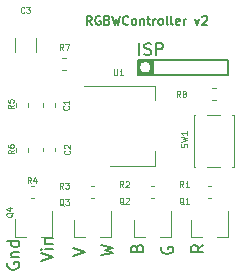
<source format=gbr>
G04 #@! TF.GenerationSoftware,KiCad,Pcbnew,(5.1.5)-3*
G04 #@! TF.CreationDate,2020-03-19T01:35:53+01:00*
G04 #@! TF.ProjectId,ESP8266_RGBA_Receiver,45535038-3236-4365-9f52-4742415f5265,rev?*
G04 #@! TF.SameCoordinates,Original*
G04 #@! TF.FileFunction,Legend,Top*
G04 #@! TF.FilePolarity,Positive*
%FSLAX46Y46*%
G04 Gerber Fmt 4.6, Leading zero omitted, Abs format (unit mm)*
G04 Created by KiCad (PCBNEW (5.1.5)-3) date 2020-03-19 01:35:53*
%MOMM*%
%LPD*%
G04 APERTURE LIST*
%ADD10C,0.150000*%
%ADD11C,0.120000*%
%ADD12C,0.075000*%
G04 APERTURE END LIST*
D10*
X85509285Y-51901285D02*
X85259285Y-51544142D01*
X85080714Y-51901285D02*
X85080714Y-51151285D01*
X85366428Y-51151285D01*
X85437857Y-51187000D01*
X85473571Y-51222714D01*
X85509285Y-51294142D01*
X85509285Y-51401285D01*
X85473571Y-51472714D01*
X85437857Y-51508428D01*
X85366428Y-51544142D01*
X85080714Y-51544142D01*
X86223571Y-51187000D02*
X86152142Y-51151285D01*
X86045000Y-51151285D01*
X85937857Y-51187000D01*
X85866428Y-51258428D01*
X85830714Y-51329857D01*
X85795000Y-51472714D01*
X85795000Y-51579857D01*
X85830714Y-51722714D01*
X85866428Y-51794142D01*
X85937857Y-51865571D01*
X86045000Y-51901285D01*
X86116428Y-51901285D01*
X86223571Y-51865571D01*
X86259285Y-51829857D01*
X86259285Y-51579857D01*
X86116428Y-51579857D01*
X86830714Y-51508428D02*
X86937857Y-51544142D01*
X86973571Y-51579857D01*
X87009285Y-51651285D01*
X87009285Y-51758428D01*
X86973571Y-51829857D01*
X86937857Y-51865571D01*
X86866428Y-51901285D01*
X86580714Y-51901285D01*
X86580714Y-51151285D01*
X86830714Y-51151285D01*
X86902142Y-51187000D01*
X86937857Y-51222714D01*
X86973571Y-51294142D01*
X86973571Y-51365571D01*
X86937857Y-51437000D01*
X86902142Y-51472714D01*
X86830714Y-51508428D01*
X86580714Y-51508428D01*
X87259285Y-51151285D02*
X87437857Y-51901285D01*
X87580714Y-51365571D01*
X87723571Y-51901285D01*
X87902142Y-51151285D01*
X88616428Y-51829857D02*
X88580714Y-51865571D01*
X88473571Y-51901285D01*
X88402142Y-51901285D01*
X88295000Y-51865571D01*
X88223571Y-51794142D01*
X88187857Y-51722714D01*
X88152142Y-51579857D01*
X88152142Y-51472714D01*
X88187857Y-51329857D01*
X88223571Y-51258428D01*
X88295000Y-51187000D01*
X88402142Y-51151285D01*
X88473571Y-51151285D01*
X88580714Y-51187000D01*
X88616428Y-51222714D01*
X89045000Y-51901285D02*
X88973571Y-51865571D01*
X88937857Y-51829857D01*
X88902142Y-51758428D01*
X88902142Y-51544142D01*
X88937857Y-51472714D01*
X88973571Y-51437000D01*
X89045000Y-51401285D01*
X89152142Y-51401285D01*
X89223571Y-51437000D01*
X89259285Y-51472714D01*
X89295000Y-51544142D01*
X89295000Y-51758428D01*
X89259285Y-51829857D01*
X89223571Y-51865571D01*
X89152142Y-51901285D01*
X89045000Y-51901285D01*
X89616428Y-51401285D02*
X89616428Y-51901285D01*
X89616428Y-51472714D02*
X89652142Y-51437000D01*
X89723571Y-51401285D01*
X89830714Y-51401285D01*
X89902142Y-51437000D01*
X89937857Y-51508428D01*
X89937857Y-51901285D01*
X90187857Y-51401285D02*
X90473571Y-51401285D01*
X90295000Y-51151285D02*
X90295000Y-51794142D01*
X90330714Y-51865571D01*
X90402142Y-51901285D01*
X90473571Y-51901285D01*
X90723571Y-51901285D02*
X90723571Y-51401285D01*
X90723571Y-51544142D02*
X90759285Y-51472714D01*
X90795000Y-51437000D01*
X90866428Y-51401285D01*
X90937857Y-51401285D01*
X91295000Y-51901285D02*
X91223571Y-51865571D01*
X91187857Y-51829857D01*
X91152142Y-51758428D01*
X91152142Y-51544142D01*
X91187857Y-51472714D01*
X91223571Y-51437000D01*
X91295000Y-51401285D01*
X91402142Y-51401285D01*
X91473571Y-51437000D01*
X91509285Y-51472714D01*
X91545000Y-51544142D01*
X91545000Y-51758428D01*
X91509285Y-51829857D01*
X91473571Y-51865571D01*
X91402142Y-51901285D01*
X91295000Y-51901285D01*
X91973571Y-51901285D02*
X91902142Y-51865571D01*
X91866428Y-51794142D01*
X91866428Y-51151285D01*
X92366428Y-51901285D02*
X92295000Y-51865571D01*
X92259285Y-51794142D01*
X92259285Y-51151285D01*
X92937857Y-51865571D02*
X92866428Y-51901285D01*
X92723571Y-51901285D01*
X92652142Y-51865571D01*
X92616428Y-51794142D01*
X92616428Y-51508428D01*
X92652142Y-51437000D01*
X92723571Y-51401285D01*
X92866428Y-51401285D01*
X92937857Y-51437000D01*
X92973571Y-51508428D01*
X92973571Y-51579857D01*
X92616428Y-51651285D01*
X93295000Y-51901285D02*
X93295000Y-51401285D01*
X93295000Y-51544142D02*
X93330714Y-51472714D01*
X93366428Y-51437000D01*
X93437857Y-51401285D01*
X93509285Y-51401285D01*
X94259285Y-51401285D02*
X94437857Y-51901285D01*
X94616428Y-51401285D01*
X94866428Y-51222714D02*
X94902142Y-51187000D01*
X94973571Y-51151285D01*
X95152142Y-51151285D01*
X95223571Y-51187000D01*
X95259285Y-51222714D01*
X95294999Y-51294142D01*
X95294999Y-51365571D01*
X95259285Y-51472714D01*
X94830714Y-51901285D01*
X95294999Y-51901285D01*
D11*
X81405000Y-58536721D02*
X81405000Y-58862279D01*
X82425000Y-58536721D02*
X82425000Y-58862279D01*
X84825000Y-57042000D02*
X90835000Y-57042000D01*
X87075000Y-63862000D02*
X90835000Y-63862000D01*
X90835000Y-57042000D02*
X90835000Y-58302000D01*
X90835000Y-63862000D02*
X90835000Y-62602000D01*
X97526000Y-63965000D02*
X97526000Y-59565000D01*
X97526000Y-59565000D02*
X97406000Y-59565000D01*
X96396000Y-59565000D02*
X95256000Y-59565000D01*
X94246000Y-59565000D02*
X94126000Y-59565000D01*
X94126000Y-59565000D02*
X94126000Y-63965000D01*
X94126000Y-63965000D02*
X94246000Y-63965000D01*
X95256000Y-63965000D02*
X96396000Y-63965000D01*
X97406000Y-63965000D02*
X97526000Y-63965000D01*
X96022279Y-57275000D02*
X95696721Y-57275000D01*
X96022279Y-58295000D02*
X95696721Y-58295000D01*
X82996721Y-55755000D02*
X83322279Y-55755000D01*
X82996721Y-54735000D02*
X83322279Y-54735000D01*
X80139000Y-62646779D02*
X80139000Y-62321221D01*
X79119000Y-62646779D02*
X79119000Y-62321221D01*
X80139000Y-58862279D02*
X80139000Y-58536721D01*
X79119000Y-58862279D02*
X79119000Y-58536721D01*
X80329721Y-66550000D02*
X80655279Y-66550000D01*
X80329721Y-65530000D02*
X80655279Y-65530000D01*
X85409721Y-66550000D02*
X85735279Y-66550000D01*
X85409721Y-65530000D02*
X85735279Y-65530000D01*
X90489721Y-66550000D02*
X90815279Y-66550000D01*
X90489721Y-65530000D02*
X90815279Y-65530000D01*
X95315721Y-66550000D02*
X95641279Y-66550000D01*
X95315721Y-65530000D02*
X95641279Y-65530000D01*
X79004000Y-69832000D02*
X79004000Y-68372000D01*
X82164000Y-69832000D02*
X82164000Y-67672000D01*
X82164000Y-69832000D02*
X81234000Y-69832000D01*
X79004000Y-69832000D02*
X79934000Y-69832000D01*
X84018000Y-69848000D02*
X84018000Y-68388000D01*
X87178000Y-69848000D02*
X87178000Y-67688000D01*
X87178000Y-69848000D02*
X86248000Y-69848000D01*
X84018000Y-69848000D02*
X84948000Y-69848000D01*
X89098000Y-69848000D02*
X89098000Y-68388000D01*
X92258000Y-69848000D02*
X92258000Y-67688000D01*
X92258000Y-69848000D02*
X91328000Y-69848000D01*
X89098000Y-69848000D02*
X90028000Y-69848000D01*
X93924000Y-69848000D02*
X93924000Y-68388000D01*
X97084000Y-69848000D02*
X97084000Y-67688000D01*
X97084000Y-69848000D02*
X96154000Y-69848000D01*
X93924000Y-69848000D02*
X94854000Y-69848000D01*
D10*
X97028000Y-56134000D02*
X89408000Y-56134000D01*
X89408000Y-56134000D02*
X89408000Y-54864000D01*
X89408000Y-54864000D02*
X97028000Y-54864000D01*
X97028000Y-54864000D02*
X97028000Y-56134000D01*
X90581815Y-55499000D02*
G75*
G03X90581815Y-55499000I-538815J0D01*
G01*
X90678000Y-56007000D02*
X89535000Y-56007000D01*
X89535000Y-56007000D02*
X89535000Y-54991000D01*
X89535000Y-54991000D02*
X90678000Y-54991000D01*
X90678000Y-54991000D02*
X90678000Y-56007000D01*
X90551000Y-56007000D02*
X90551000Y-54991000D01*
D11*
X80793000Y-54196064D02*
X80793000Y-52991936D01*
X78973000Y-54196064D02*
X78973000Y-52991936D01*
X82425000Y-62621279D02*
X82425000Y-62295721D01*
X81405000Y-62621279D02*
X81405000Y-62295721D01*
D10*
X78417800Y-72042257D02*
X78370180Y-72137495D01*
X78370180Y-72280352D01*
X78417800Y-72423209D01*
X78513038Y-72518447D01*
X78608276Y-72566066D01*
X78798752Y-72613685D01*
X78941609Y-72613685D01*
X79132085Y-72566066D01*
X79227323Y-72518447D01*
X79322561Y-72423209D01*
X79370180Y-72280352D01*
X79370180Y-72185114D01*
X79322561Y-72042257D01*
X79274942Y-71994638D01*
X78941609Y-71994638D01*
X78941609Y-72185114D01*
X78703514Y-71566066D02*
X79370180Y-71566066D01*
X78798752Y-71566066D02*
X78751133Y-71518447D01*
X78703514Y-71423209D01*
X78703514Y-71280352D01*
X78751133Y-71185114D01*
X78846371Y-71137495D01*
X79370180Y-71137495D01*
X79370180Y-70232733D02*
X78370180Y-70232733D01*
X79322561Y-70232733D02*
X79370180Y-70327971D01*
X79370180Y-70518447D01*
X79322561Y-70613685D01*
X79274942Y-70661304D01*
X79179704Y-70708923D01*
X78893990Y-70708923D01*
X78798752Y-70661304D01*
X78751133Y-70613685D01*
X78703514Y-70518447D01*
X78703514Y-70327971D01*
X78751133Y-70232733D01*
X81189580Y-71889809D02*
X82189580Y-71556476D01*
X81189580Y-71223142D01*
X82189580Y-70889809D02*
X81522914Y-70889809D01*
X81189580Y-70889809D02*
X81237200Y-70937428D01*
X81284819Y-70889809D01*
X81237200Y-70842190D01*
X81189580Y-70889809D01*
X81284819Y-70889809D01*
X81522914Y-70413619D02*
X82189580Y-70413619D01*
X81618152Y-70413619D02*
X81570533Y-70366000D01*
X81522914Y-70270761D01*
X81522914Y-70127904D01*
X81570533Y-70032666D01*
X81665771Y-69985047D01*
X82189580Y-69985047D01*
X83907380Y-71453333D02*
X84907380Y-71120000D01*
X83907380Y-70786666D01*
X86320380Y-71421571D02*
X87320380Y-71183476D01*
X86606095Y-70993000D01*
X87320380Y-70802523D01*
X86320380Y-70564428D01*
X89336571Y-70794571D02*
X89384190Y-70651714D01*
X89431809Y-70604095D01*
X89527047Y-70556476D01*
X89669904Y-70556476D01*
X89765142Y-70604095D01*
X89812761Y-70651714D01*
X89860380Y-70746952D01*
X89860380Y-71127904D01*
X88860380Y-71127904D01*
X88860380Y-70794571D01*
X88908000Y-70699333D01*
X88955619Y-70651714D01*
X89050857Y-70604095D01*
X89146095Y-70604095D01*
X89241333Y-70651714D01*
X89288952Y-70699333D01*
X89336571Y-70794571D01*
X89336571Y-71127904D01*
X91448000Y-70731095D02*
X91400380Y-70826333D01*
X91400380Y-70969190D01*
X91448000Y-71112047D01*
X91543238Y-71207285D01*
X91638476Y-71254904D01*
X91828952Y-71302523D01*
X91971809Y-71302523D01*
X92162285Y-71254904D01*
X92257523Y-71207285D01*
X92352761Y-71112047D01*
X92400380Y-70969190D01*
X92400380Y-70873952D01*
X92352761Y-70731095D01*
X92305142Y-70683476D01*
X91971809Y-70683476D01*
X91971809Y-70873952D01*
X94940380Y-70556476D02*
X94464190Y-70889809D01*
X94940380Y-71127904D02*
X93940380Y-71127904D01*
X93940380Y-70746952D01*
X93988000Y-70651714D01*
X94035619Y-70604095D01*
X94130857Y-70556476D01*
X94273714Y-70556476D01*
X94368952Y-70604095D01*
X94416571Y-70651714D01*
X94464190Y-70746952D01*
X94464190Y-71127904D01*
D12*
X83523571Y-58782833D02*
X83547380Y-58806642D01*
X83571190Y-58878071D01*
X83571190Y-58925690D01*
X83547380Y-58997119D01*
X83499761Y-59044738D01*
X83452142Y-59068547D01*
X83356904Y-59092357D01*
X83285476Y-59092357D01*
X83190238Y-59068547D01*
X83142619Y-59044738D01*
X83095000Y-58997119D01*
X83071190Y-58925690D01*
X83071190Y-58878071D01*
X83095000Y-58806642D01*
X83118809Y-58782833D01*
X83571190Y-58306642D02*
X83571190Y-58592357D01*
X83571190Y-58449500D02*
X83071190Y-58449500D01*
X83142619Y-58497119D01*
X83190238Y-58544738D01*
X83214047Y-58592357D01*
X87376047Y-55678190D02*
X87376047Y-56082952D01*
X87399857Y-56130571D01*
X87423666Y-56154380D01*
X87471285Y-56178190D01*
X87566523Y-56178190D01*
X87614142Y-56154380D01*
X87637952Y-56130571D01*
X87661761Y-56082952D01*
X87661761Y-55678190D01*
X88161761Y-56178190D02*
X87876047Y-56178190D01*
X88018904Y-56178190D02*
X88018904Y-55678190D01*
X87971285Y-55749619D01*
X87923666Y-55797238D01*
X87876047Y-55821047D01*
X93547380Y-62261666D02*
X93571190Y-62190238D01*
X93571190Y-62071190D01*
X93547380Y-62023571D01*
X93523571Y-61999761D01*
X93475952Y-61975952D01*
X93428333Y-61975952D01*
X93380714Y-61999761D01*
X93356904Y-62023571D01*
X93333095Y-62071190D01*
X93309285Y-62166428D01*
X93285476Y-62214047D01*
X93261666Y-62237857D01*
X93214047Y-62261666D01*
X93166428Y-62261666D01*
X93118809Y-62237857D01*
X93095000Y-62214047D01*
X93071190Y-62166428D01*
X93071190Y-62047380D01*
X93095000Y-61975952D01*
X93071190Y-61809285D02*
X93571190Y-61690238D01*
X93214047Y-61595000D01*
X93571190Y-61499761D01*
X93071190Y-61380714D01*
X93571190Y-60928333D02*
X93571190Y-61214047D01*
X93571190Y-61071190D02*
X93071190Y-61071190D01*
X93142619Y-61118809D01*
X93190238Y-61166428D01*
X93214047Y-61214047D01*
X93007666Y-58011190D02*
X92841000Y-57773095D01*
X92721952Y-58011190D02*
X92721952Y-57511190D01*
X92912428Y-57511190D01*
X92960047Y-57535000D01*
X92983857Y-57558809D01*
X93007666Y-57606428D01*
X93007666Y-57677857D01*
X92983857Y-57725476D01*
X92960047Y-57749285D01*
X92912428Y-57773095D01*
X92721952Y-57773095D01*
X93293380Y-57725476D02*
X93245761Y-57701666D01*
X93221952Y-57677857D01*
X93198142Y-57630238D01*
X93198142Y-57606428D01*
X93221952Y-57558809D01*
X93245761Y-57535000D01*
X93293380Y-57511190D01*
X93388619Y-57511190D01*
X93436238Y-57535000D01*
X93460047Y-57558809D01*
X93483857Y-57606428D01*
X93483857Y-57630238D01*
X93460047Y-57677857D01*
X93436238Y-57701666D01*
X93388619Y-57725476D01*
X93293380Y-57725476D01*
X93245761Y-57749285D01*
X93221952Y-57773095D01*
X93198142Y-57820714D01*
X93198142Y-57915952D01*
X93221952Y-57963571D01*
X93245761Y-57987380D01*
X93293380Y-58011190D01*
X93388619Y-58011190D01*
X93436238Y-57987380D01*
X93460047Y-57963571D01*
X93483857Y-57915952D01*
X93483857Y-57820714D01*
X93460047Y-57773095D01*
X93436238Y-57749285D01*
X93388619Y-57725476D01*
X83101666Y-53998190D02*
X82935000Y-53760095D01*
X82815952Y-53998190D02*
X82815952Y-53498190D01*
X83006428Y-53498190D01*
X83054047Y-53522000D01*
X83077857Y-53545809D01*
X83101666Y-53593428D01*
X83101666Y-53664857D01*
X83077857Y-53712476D01*
X83054047Y-53736285D01*
X83006428Y-53760095D01*
X82815952Y-53760095D01*
X83268333Y-53498190D02*
X83601666Y-53498190D01*
X83387380Y-53998190D01*
X78915390Y-62491133D02*
X78677295Y-62657800D01*
X78915390Y-62776847D02*
X78415390Y-62776847D01*
X78415390Y-62586371D01*
X78439200Y-62538752D01*
X78463009Y-62514942D01*
X78510628Y-62491133D01*
X78582057Y-62491133D01*
X78629676Y-62514942D01*
X78653485Y-62538752D01*
X78677295Y-62586371D01*
X78677295Y-62776847D01*
X78415390Y-62062561D02*
X78415390Y-62157800D01*
X78439200Y-62205419D01*
X78463009Y-62229228D01*
X78534438Y-62276847D01*
X78629676Y-62300657D01*
X78820152Y-62300657D01*
X78867771Y-62276847D01*
X78891580Y-62253038D01*
X78915390Y-62205419D01*
X78915390Y-62110180D01*
X78891580Y-62062561D01*
X78867771Y-62038752D01*
X78820152Y-62014942D01*
X78701104Y-62014942D01*
X78653485Y-62038752D01*
X78629676Y-62062561D01*
X78605866Y-62110180D01*
X78605866Y-62205419D01*
X78629676Y-62253038D01*
X78653485Y-62276847D01*
X78701104Y-62300657D01*
X78889990Y-58681133D02*
X78651895Y-58847800D01*
X78889990Y-58966847D02*
X78389990Y-58966847D01*
X78389990Y-58776371D01*
X78413800Y-58728752D01*
X78437609Y-58704942D01*
X78485228Y-58681133D01*
X78556657Y-58681133D01*
X78604276Y-58704942D01*
X78628085Y-58728752D01*
X78651895Y-58776371D01*
X78651895Y-58966847D01*
X78389990Y-58228752D02*
X78389990Y-58466847D01*
X78628085Y-58490657D01*
X78604276Y-58466847D01*
X78580466Y-58419228D01*
X78580466Y-58300180D01*
X78604276Y-58252561D01*
X78628085Y-58228752D01*
X78675704Y-58204942D01*
X78794752Y-58204942D01*
X78842371Y-58228752D01*
X78866180Y-58252561D01*
X78889990Y-58300180D01*
X78889990Y-58419228D01*
X78866180Y-58466847D01*
X78842371Y-58490657D01*
X80358466Y-65300990D02*
X80191800Y-65062895D01*
X80072752Y-65300990D02*
X80072752Y-64800990D01*
X80263228Y-64800990D01*
X80310847Y-64824800D01*
X80334657Y-64848609D01*
X80358466Y-64896228D01*
X80358466Y-64967657D01*
X80334657Y-65015276D01*
X80310847Y-65039085D01*
X80263228Y-65062895D01*
X80072752Y-65062895D01*
X80787038Y-64967657D02*
X80787038Y-65300990D01*
X80667990Y-64777180D02*
X80548942Y-65134323D01*
X80858466Y-65134323D01*
X83101666Y-65758190D02*
X82935000Y-65520095D01*
X82815952Y-65758190D02*
X82815952Y-65258190D01*
X83006428Y-65258190D01*
X83054047Y-65282000D01*
X83077857Y-65305809D01*
X83101666Y-65353428D01*
X83101666Y-65424857D01*
X83077857Y-65472476D01*
X83054047Y-65496285D01*
X83006428Y-65520095D01*
X82815952Y-65520095D01*
X83268333Y-65258190D02*
X83577857Y-65258190D01*
X83411190Y-65448666D01*
X83482619Y-65448666D01*
X83530238Y-65472476D01*
X83554047Y-65496285D01*
X83577857Y-65543904D01*
X83577857Y-65662952D01*
X83554047Y-65710571D01*
X83530238Y-65734380D01*
X83482619Y-65758190D01*
X83339761Y-65758190D01*
X83292142Y-65734380D01*
X83268333Y-65710571D01*
X88181666Y-65631190D02*
X88015000Y-65393095D01*
X87895952Y-65631190D02*
X87895952Y-65131190D01*
X88086428Y-65131190D01*
X88134047Y-65155000D01*
X88157857Y-65178809D01*
X88181666Y-65226428D01*
X88181666Y-65297857D01*
X88157857Y-65345476D01*
X88134047Y-65369285D01*
X88086428Y-65393095D01*
X87895952Y-65393095D01*
X88372142Y-65178809D02*
X88395952Y-65155000D01*
X88443571Y-65131190D01*
X88562619Y-65131190D01*
X88610238Y-65155000D01*
X88634047Y-65178809D01*
X88657857Y-65226428D01*
X88657857Y-65274047D01*
X88634047Y-65345476D01*
X88348333Y-65631190D01*
X88657857Y-65631190D01*
X93261666Y-65631190D02*
X93095000Y-65393095D01*
X92975952Y-65631190D02*
X92975952Y-65131190D01*
X93166428Y-65131190D01*
X93214047Y-65155000D01*
X93237857Y-65178809D01*
X93261666Y-65226428D01*
X93261666Y-65297857D01*
X93237857Y-65345476D01*
X93214047Y-65369285D01*
X93166428Y-65393095D01*
X92975952Y-65393095D01*
X93737857Y-65631190D02*
X93452142Y-65631190D01*
X93595000Y-65631190D02*
X93595000Y-65131190D01*
X93547380Y-65202619D01*
X93499761Y-65250238D01*
X93452142Y-65274047D01*
X78836009Y-67789419D02*
X78812200Y-67837038D01*
X78764580Y-67884657D01*
X78693152Y-67956085D01*
X78669342Y-68003704D01*
X78669342Y-68051323D01*
X78788390Y-68027514D02*
X78764580Y-68075133D01*
X78716961Y-68122752D01*
X78621723Y-68146561D01*
X78455057Y-68146561D01*
X78359819Y-68122752D01*
X78312200Y-68075133D01*
X78288390Y-68027514D01*
X78288390Y-67932276D01*
X78312200Y-67884657D01*
X78359819Y-67837038D01*
X78455057Y-67813228D01*
X78621723Y-67813228D01*
X78716961Y-67837038D01*
X78764580Y-67884657D01*
X78788390Y-67932276D01*
X78788390Y-68027514D01*
X78455057Y-67384657D02*
X78788390Y-67384657D01*
X78264580Y-67503704D02*
X78621723Y-67622752D01*
X78621723Y-67313228D01*
X83137380Y-67202809D02*
X83089761Y-67179000D01*
X83042142Y-67131380D01*
X82970714Y-67059952D01*
X82923095Y-67036142D01*
X82875476Y-67036142D01*
X82899285Y-67155190D02*
X82851666Y-67131380D01*
X82804047Y-67083761D01*
X82780238Y-66988523D01*
X82780238Y-66821857D01*
X82804047Y-66726619D01*
X82851666Y-66679000D01*
X82899285Y-66655190D01*
X82994523Y-66655190D01*
X83042142Y-66679000D01*
X83089761Y-66726619D01*
X83113571Y-66821857D01*
X83113571Y-66988523D01*
X83089761Y-67083761D01*
X83042142Y-67131380D01*
X82994523Y-67155190D01*
X82899285Y-67155190D01*
X83280238Y-66655190D02*
X83589761Y-66655190D01*
X83423095Y-66845666D01*
X83494523Y-66845666D01*
X83542142Y-66869476D01*
X83565952Y-66893285D01*
X83589761Y-66940904D01*
X83589761Y-67059952D01*
X83565952Y-67107571D01*
X83542142Y-67131380D01*
X83494523Y-67155190D01*
X83351666Y-67155190D01*
X83304047Y-67131380D01*
X83280238Y-67107571D01*
X88217380Y-67075809D02*
X88169761Y-67052000D01*
X88122142Y-67004380D01*
X88050714Y-66932952D01*
X88003095Y-66909142D01*
X87955476Y-66909142D01*
X87979285Y-67028190D02*
X87931666Y-67004380D01*
X87884047Y-66956761D01*
X87860238Y-66861523D01*
X87860238Y-66694857D01*
X87884047Y-66599619D01*
X87931666Y-66552000D01*
X87979285Y-66528190D01*
X88074523Y-66528190D01*
X88122142Y-66552000D01*
X88169761Y-66599619D01*
X88193571Y-66694857D01*
X88193571Y-66861523D01*
X88169761Y-66956761D01*
X88122142Y-67004380D01*
X88074523Y-67028190D01*
X87979285Y-67028190D01*
X88384047Y-66575809D02*
X88407857Y-66552000D01*
X88455476Y-66528190D01*
X88574523Y-66528190D01*
X88622142Y-66552000D01*
X88645952Y-66575809D01*
X88669761Y-66623428D01*
X88669761Y-66671047D01*
X88645952Y-66742476D01*
X88360238Y-67028190D01*
X88669761Y-67028190D01*
X93297380Y-67075809D02*
X93249761Y-67052000D01*
X93202142Y-67004380D01*
X93130714Y-66932952D01*
X93083095Y-66909142D01*
X93035476Y-66909142D01*
X93059285Y-67028190D02*
X93011666Y-67004380D01*
X92964047Y-66956761D01*
X92940238Y-66861523D01*
X92940238Y-66694857D01*
X92964047Y-66599619D01*
X93011666Y-66552000D01*
X93059285Y-66528190D01*
X93154523Y-66528190D01*
X93202142Y-66552000D01*
X93249761Y-66599619D01*
X93273571Y-66694857D01*
X93273571Y-66861523D01*
X93249761Y-66956761D01*
X93202142Y-67004380D01*
X93154523Y-67028190D01*
X93059285Y-67028190D01*
X93749761Y-67028190D02*
X93464047Y-67028190D01*
X93606904Y-67028190D02*
X93606904Y-66528190D01*
X93559285Y-66599619D01*
X93511666Y-66647238D01*
X93464047Y-66671047D01*
D10*
X89541809Y-54451380D02*
X89541809Y-53451380D01*
X89970380Y-54403761D02*
X90113238Y-54451380D01*
X90351333Y-54451380D01*
X90446571Y-54403761D01*
X90494190Y-54356142D01*
X90541809Y-54260904D01*
X90541809Y-54165666D01*
X90494190Y-54070428D01*
X90446571Y-54022809D01*
X90351333Y-53975190D01*
X90160857Y-53927571D01*
X90065619Y-53879952D01*
X90018000Y-53832333D01*
X89970380Y-53737095D01*
X89970380Y-53641857D01*
X90018000Y-53546619D01*
X90065619Y-53499000D01*
X90160857Y-53451380D01*
X90398952Y-53451380D01*
X90541809Y-53499000D01*
X90970380Y-54451380D02*
X90970380Y-53451380D01*
X91351333Y-53451380D01*
X91446571Y-53499000D01*
X91494190Y-53546619D01*
X91541809Y-53641857D01*
X91541809Y-53784714D01*
X91494190Y-53879952D01*
X91446571Y-53927571D01*
X91351333Y-53975190D01*
X90970380Y-53975190D01*
D12*
X79799666Y-50851571D02*
X79775857Y-50875380D01*
X79704428Y-50899190D01*
X79656809Y-50899190D01*
X79585380Y-50875380D01*
X79537761Y-50827761D01*
X79513952Y-50780142D01*
X79490142Y-50684904D01*
X79490142Y-50613476D01*
X79513952Y-50518238D01*
X79537761Y-50470619D01*
X79585380Y-50423000D01*
X79656809Y-50399190D01*
X79704428Y-50399190D01*
X79775857Y-50423000D01*
X79799666Y-50446809D01*
X79966333Y-50399190D02*
X80275857Y-50399190D01*
X80109190Y-50589666D01*
X80180619Y-50589666D01*
X80228238Y-50613476D01*
X80252047Y-50637285D01*
X80275857Y-50684904D01*
X80275857Y-50803952D01*
X80252047Y-50851571D01*
X80228238Y-50875380D01*
X80180619Y-50899190D01*
X80037761Y-50899190D01*
X79990142Y-50875380D01*
X79966333Y-50851571D01*
X83617571Y-62541833D02*
X83641380Y-62565642D01*
X83665190Y-62637071D01*
X83665190Y-62684690D01*
X83641380Y-62756119D01*
X83593761Y-62803738D01*
X83546142Y-62827547D01*
X83450904Y-62851357D01*
X83379476Y-62851357D01*
X83284238Y-62827547D01*
X83236619Y-62803738D01*
X83189000Y-62756119D01*
X83165190Y-62684690D01*
X83165190Y-62637071D01*
X83189000Y-62565642D01*
X83212809Y-62541833D01*
X83212809Y-62351357D02*
X83189000Y-62327547D01*
X83165190Y-62279928D01*
X83165190Y-62160880D01*
X83189000Y-62113261D01*
X83212809Y-62089452D01*
X83260428Y-62065642D01*
X83308047Y-62065642D01*
X83379476Y-62089452D01*
X83665190Y-62375166D01*
X83665190Y-62065642D01*
M02*

</source>
